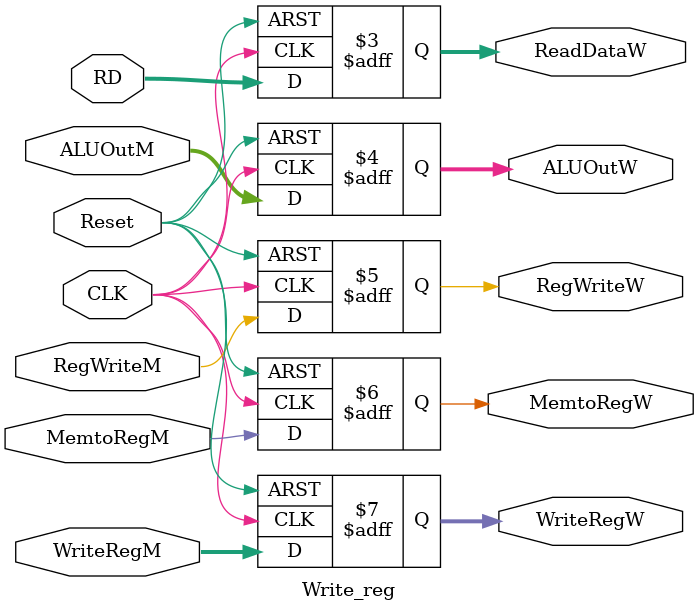
<source format=v>
module Write_reg (
    input       [31:0]        RD,
    input       [31:0]        ALUOutM,
    input                     RegWriteM,
    input                     MemtoRegM,
    input       [4:0]         WriteRegM,
    input                     CLK,
    input                     Reset,
    output reg  [31:0]        ReadDataW,
    output reg  [31:0]        ALUOutW,
    output reg                RegWriteW,
    output reg                MemtoRegW,
    output reg  [4:0]         WriteRegW             
);
always @ (posedge CLK or negedge Reset)
begin
    if(Reset==0)
    begin
   ReadDataW <= 32'b0;
    ALUOutW <= 32'b0;
    RegWriteW <= 1'b0;
    MemtoRegW <= 1'b0;
    WriteRegW <= 5'b0;
    end
    else
    begin
    ReadDataW <= RD;
    ALUOutW <= ALUOutM;
    RegWriteW <= RegWriteM;
    MemtoRegW <= MemtoRegM;
    WriteRegW <= WriteRegM;
    end


end 
endmodule
</source>
